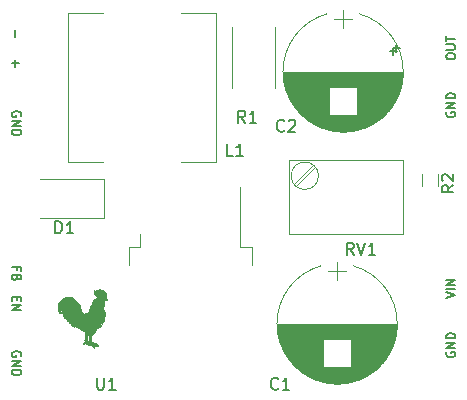
<source format=gbr>
G04 #@! TF.GenerationSoftware,KiCad,Pcbnew,(5.1.5)-3*
G04 #@! TF.CreationDate,2022-02-08T12:26:58-07:00*
G04 #@! TF.ProjectId,lm2596_breakout,6c6d3235-3936-45f6-9272-65616b6f7574,rev?*
G04 #@! TF.SameCoordinates,Original*
G04 #@! TF.FileFunction,Legend,Top*
G04 #@! TF.FilePolarity,Positive*
%FSLAX46Y46*%
G04 Gerber Fmt 4.6, Leading zero omitted, Abs format (unit mm)*
G04 Created by KiCad (PCBNEW (5.1.5)-3) date 2022-02-08 12:26:58*
%MOMM*%
%LPD*%
G04 APERTURE LIST*
%ADD10C,0.150000*%
%ADD11C,0.010000*%
%ADD12C,0.120000*%
G04 APERTURE END LIST*
D10*
X83257571Y-105373714D02*
X83257571Y-105954285D01*
X82967285Y-105664000D02*
X83547857Y-105664000D01*
X83511571Y-105119714D02*
X83511571Y-105700285D01*
X83221285Y-105410000D02*
X83801857Y-105410000D01*
X51689000Y-111179428D02*
X51725285Y-111106857D01*
X51725285Y-110998000D01*
X51689000Y-110889142D01*
X51616428Y-110816571D01*
X51543857Y-110780285D01*
X51398714Y-110744000D01*
X51289857Y-110744000D01*
X51144714Y-110780285D01*
X51072142Y-110816571D01*
X50999571Y-110889142D01*
X50963285Y-110998000D01*
X50963285Y-111070571D01*
X50999571Y-111179428D01*
X51035857Y-111215714D01*
X51289857Y-111215714D01*
X51289857Y-111070571D01*
X50963285Y-111542285D02*
X51725285Y-111542285D01*
X50963285Y-111977714D01*
X51725285Y-111977714D01*
X50963285Y-112340571D02*
X51725285Y-112340571D01*
X51725285Y-112522000D01*
X51689000Y-112630857D01*
X51616428Y-112703428D01*
X51543857Y-112739714D01*
X51398714Y-112776000D01*
X51289857Y-112776000D01*
X51144714Y-112739714D01*
X51072142Y-112703428D01*
X50999571Y-112630857D01*
X50963285Y-112522000D01*
X50963285Y-112340571D01*
X51253571Y-106389714D02*
X51253571Y-106970285D01*
X50963285Y-106680000D02*
X51543857Y-106680000D01*
X51253571Y-103849714D02*
X51253571Y-104430285D01*
X51362428Y-124187857D02*
X51362428Y-123933857D01*
X50963285Y-123933857D02*
X51725285Y-123933857D01*
X51725285Y-124296714D01*
X51362428Y-124841000D02*
X51326142Y-124949857D01*
X51289857Y-124986142D01*
X51217285Y-125022428D01*
X51108428Y-125022428D01*
X51035857Y-124986142D01*
X50999571Y-124949857D01*
X50963285Y-124877285D01*
X50963285Y-124587000D01*
X51725285Y-124587000D01*
X51725285Y-124841000D01*
X51689000Y-124913571D01*
X51652714Y-124949857D01*
X51580142Y-124986142D01*
X51507571Y-124986142D01*
X51435000Y-124949857D01*
X51398714Y-124913571D01*
X51362428Y-124841000D01*
X51362428Y-124587000D01*
X51362428Y-126437571D02*
X51362428Y-126691571D01*
X50963285Y-126800428D02*
X50963285Y-126437571D01*
X51725285Y-126437571D01*
X51725285Y-126800428D01*
X50963285Y-127127000D02*
X51725285Y-127127000D01*
X50963285Y-127562428D01*
X51725285Y-127562428D01*
X51689000Y-131499428D02*
X51725285Y-131426857D01*
X51725285Y-131318000D01*
X51689000Y-131209142D01*
X51616428Y-131136571D01*
X51543857Y-131100285D01*
X51398714Y-131064000D01*
X51289857Y-131064000D01*
X51144714Y-131100285D01*
X51072142Y-131136571D01*
X50999571Y-131209142D01*
X50963285Y-131318000D01*
X50963285Y-131390571D01*
X50999571Y-131499428D01*
X51035857Y-131535714D01*
X51289857Y-131535714D01*
X51289857Y-131390571D01*
X50963285Y-131862285D02*
X51725285Y-131862285D01*
X50963285Y-132297714D01*
X51725285Y-132297714D01*
X50963285Y-132660571D02*
X51725285Y-132660571D01*
X51725285Y-132842000D01*
X51689000Y-132950857D01*
X51616428Y-133023428D01*
X51543857Y-133059714D01*
X51398714Y-133096000D01*
X51289857Y-133096000D01*
X51144714Y-133059714D01*
X51072142Y-133023428D01*
X50999571Y-132950857D01*
X50963285Y-132842000D01*
X50963285Y-132660571D01*
X87720714Y-126564571D02*
X88482714Y-126310571D01*
X87720714Y-126056571D01*
X88482714Y-125802571D02*
X87720714Y-125802571D01*
X88482714Y-125439714D02*
X87720714Y-125439714D01*
X88482714Y-125004285D01*
X87720714Y-125004285D01*
X87720714Y-106172000D02*
X87720714Y-106026857D01*
X87757000Y-105954285D01*
X87829571Y-105881714D01*
X87974714Y-105845428D01*
X88228714Y-105845428D01*
X88373857Y-105881714D01*
X88446428Y-105954285D01*
X88482714Y-106026857D01*
X88482714Y-106172000D01*
X88446428Y-106244571D01*
X88373857Y-106317142D01*
X88228714Y-106353428D01*
X87974714Y-106353428D01*
X87829571Y-106317142D01*
X87757000Y-106244571D01*
X87720714Y-106172000D01*
X87720714Y-105518857D02*
X88337571Y-105518857D01*
X88410142Y-105482571D01*
X88446428Y-105446285D01*
X88482714Y-105373714D01*
X88482714Y-105228571D01*
X88446428Y-105156000D01*
X88410142Y-105119714D01*
X88337571Y-105083428D01*
X87720714Y-105083428D01*
X87720714Y-104829428D02*
X87720714Y-104394000D01*
X88482714Y-104611714D02*
X87720714Y-104611714D01*
X87757000Y-110816571D02*
X87720714Y-110889142D01*
X87720714Y-110998000D01*
X87757000Y-111106857D01*
X87829571Y-111179428D01*
X87902142Y-111215714D01*
X88047285Y-111252000D01*
X88156142Y-111252000D01*
X88301285Y-111215714D01*
X88373857Y-111179428D01*
X88446428Y-111106857D01*
X88482714Y-110998000D01*
X88482714Y-110925428D01*
X88446428Y-110816571D01*
X88410142Y-110780285D01*
X88156142Y-110780285D01*
X88156142Y-110925428D01*
X88482714Y-110453714D02*
X87720714Y-110453714D01*
X88482714Y-110018285D01*
X87720714Y-110018285D01*
X88482714Y-109655428D02*
X87720714Y-109655428D01*
X87720714Y-109474000D01*
X87757000Y-109365142D01*
X87829571Y-109292571D01*
X87902142Y-109256285D01*
X88047285Y-109220000D01*
X88156142Y-109220000D01*
X88301285Y-109256285D01*
X88373857Y-109292571D01*
X88446428Y-109365142D01*
X88482714Y-109474000D01*
X88482714Y-109655428D01*
X87757000Y-131136571D02*
X87720714Y-131209142D01*
X87720714Y-131318000D01*
X87757000Y-131426857D01*
X87829571Y-131499428D01*
X87902142Y-131535714D01*
X88047285Y-131572000D01*
X88156142Y-131572000D01*
X88301285Y-131535714D01*
X88373857Y-131499428D01*
X88446428Y-131426857D01*
X88482714Y-131318000D01*
X88482714Y-131245428D01*
X88446428Y-131136571D01*
X88410142Y-131100285D01*
X88156142Y-131100285D01*
X88156142Y-131245428D01*
X88482714Y-130773714D02*
X87720714Y-130773714D01*
X88482714Y-130338285D01*
X87720714Y-130338285D01*
X88482714Y-129975428D02*
X87720714Y-129975428D01*
X87720714Y-129794000D01*
X87757000Y-129685142D01*
X87829571Y-129612571D01*
X87902142Y-129576285D01*
X88047285Y-129540000D01*
X88156142Y-129540000D01*
X88301285Y-129576285D01*
X88373857Y-129612571D01*
X88446428Y-129685142D01*
X88482714Y-129794000D01*
X88482714Y-129975428D01*
D11*
G36*
X58419440Y-125825067D02*
G01*
X58472309Y-125895136D01*
X58513111Y-125955144D01*
X58541295Y-125967890D01*
X58555947Y-125933354D01*
X58557914Y-125897018D01*
X58569513Y-125849656D01*
X58596626Y-125841431D01*
X58620871Y-125865476D01*
X58655193Y-125894257D01*
X58694451Y-125913597D01*
X58746944Y-125958627D01*
X58768965Y-126013738D01*
X58785895Y-126064636D01*
X58806473Y-126070581D01*
X58813431Y-126064835D01*
X58842405Y-126042790D01*
X58861843Y-126048957D01*
X58873487Y-126088816D01*
X58879078Y-126167850D01*
X58880375Y-126275512D01*
X58881972Y-126392443D01*
X58888074Y-126471766D01*
X58900650Y-126525418D01*
X58921665Y-126565337D01*
X58929984Y-126576513D01*
X58970155Y-126642792D01*
X58980249Y-126694747D01*
X58960661Y-126723120D01*
X58923783Y-126722587D01*
X58861125Y-126708056D01*
X58782826Y-126693057D01*
X58774892Y-126691709D01*
X58681811Y-126676140D01*
X58718649Y-126764306D01*
X58743146Y-126841556D01*
X58764175Y-126939270D01*
X58771658Y-126990062D01*
X58779072Y-127070735D01*
X58773576Y-127121346D01*
X58749545Y-127160903D01*
X58709198Y-127201105D01*
X58669470Y-127242884D01*
X58648320Y-127283693D01*
X58646505Y-127333393D01*
X58664782Y-127401851D01*
X58703906Y-127498928D01*
X58737906Y-127575469D01*
X58768693Y-127646278D01*
X58788822Y-127704605D01*
X58800041Y-127763528D01*
X58804099Y-127836128D01*
X58802747Y-127935484D01*
X58799275Y-128034356D01*
X58791821Y-128178556D01*
X58780728Y-128286472D01*
X58763882Y-128371405D01*
X58739168Y-128446655D01*
X58730282Y-128468438D01*
X58609022Y-128702919D01*
X58460944Y-128895863D01*
X58285671Y-129047712D01*
X58174393Y-129115548D01*
X58089007Y-129172976D01*
X58041853Y-129237997D01*
X58034928Y-129256134D01*
X58005085Y-129318283D01*
X57954333Y-129398566D01*
X57903508Y-129466974D01*
X57800785Y-129597311D01*
X57727113Y-129701006D01*
X57678678Y-129788579D01*
X57651665Y-129870547D01*
X57642259Y-129957432D01*
X57646646Y-130059752D01*
X57656213Y-130148955D01*
X57668214Y-130225832D01*
X57684495Y-130265019D01*
X57711390Y-130278395D01*
X57725671Y-130279180D01*
X57788635Y-130294046D01*
X57827636Y-130315598D01*
X57890816Y-130345399D01*
X57934216Y-130352805D01*
X57991473Y-130368958D01*
X58056396Y-130407635D01*
X58066343Y-130415606D01*
X58121733Y-130455843D01*
X58165328Y-130476775D01*
X58171500Y-130477617D01*
X58210184Y-130494565D01*
X58249225Y-130528741D01*
X58275512Y-130572163D01*
X58260854Y-130601880D01*
X58202766Y-130619323D01*
X58098763Y-130625925D01*
X58080423Y-130626066D01*
X57991506Y-130630460D01*
X57946288Y-130643857D01*
X57937796Y-130658912D01*
X57924059Y-130704602D01*
X57906713Y-130733887D01*
X57881700Y-130760761D01*
X57863658Y-130746933D01*
X57850902Y-130720024D01*
X57814077Y-130675339D01*
X57750325Y-130628922D01*
X57720488Y-130612890D01*
X57647610Y-130573559D01*
X57589279Y-130534661D01*
X57575076Y-130522402D01*
X57530797Y-130496361D01*
X57469424Y-130501721D01*
X57459164Y-130504528D01*
X57391579Y-130516216D01*
X57359632Y-130499882D01*
X57354886Y-130476038D01*
X57334848Y-130451749D01*
X57284928Y-130418608D01*
X57266567Y-130408760D01*
X57207154Y-130381745D01*
X57162658Y-130377276D01*
X57107772Y-130395041D01*
X57081421Y-130406453D01*
X57018095Y-130430506D01*
X56974801Y-130439858D01*
X56967430Y-130438566D01*
X56954983Y-130406536D01*
X56975776Y-130356939D01*
X57022904Y-130301348D01*
X57073020Y-130261592D01*
X57136590Y-130217613D01*
X57162813Y-130189506D01*
X57156305Y-130166679D01*
X57125443Y-130141287D01*
X57098333Y-130116215D01*
X57102631Y-130090635D01*
X57135569Y-130051736D01*
X57158761Y-130023271D01*
X57162977Y-130014003D01*
X57343062Y-130014003D01*
X57345211Y-130110227D01*
X57349625Y-130187302D01*
X57356274Y-130232221D01*
X57359020Y-130237839D01*
X57392399Y-130252121D01*
X57436882Y-130254028D01*
X57472009Y-130245164D01*
X57478238Y-130228484D01*
X57478235Y-130189907D01*
X57490617Y-130168396D01*
X57504981Y-130132667D01*
X57504581Y-130070617D01*
X57491078Y-129980234D01*
X57468268Y-129880236D01*
X57440008Y-129792862D01*
X57410235Y-129726451D01*
X57382885Y-129689340D01*
X57361896Y-129689869D01*
X57357737Y-129697784D01*
X57350516Y-129740521D01*
X57345683Y-129816142D01*
X57343209Y-129911639D01*
X57343062Y-130014003D01*
X57162977Y-130014003D01*
X57173365Y-129991171D01*
X57180618Y-129944997D01*
X57181756Y-129874309D01*
X57178019Y-129768670D01*
X57175475Y-129715088D01*
X57161846Y-129436250D01*
X57031052Y-129376371D01*
X56954099Y-129334561D01*
X56894590Y-129290376D01*
X56872451Y-129264535D01*
X56839387Y-129223914D01*
X56814512Y-129212422D01*
X56783374Y-129192644D01*
X56745901Y-129144232D01*
X56739894Y-129134123D01*
X56705287Y-129084369D01*
X56678466Y-129076178D01*
X56666720Y-129084670D01*
X56625059Y-129111629D01*
X56601217Y-129097054D01*
X56598343Y-129076931D01*
X56581443Y-129051704D01*
X56563645Y-129053817D01*
X56523900Y-129051641D01*
X56513242Y-129041720D01*
X56480046Y-129026715D01*
X56461123Y-129030280D01*
X56429855Y-129025417D01*
X56424711Y-129005171D01*
X56409178Y-128977703D01*
X56387503Y-128980366D01*
X56355609Y-128979993D01*
X56350296Y-128968727D01*
X56329744Y-128949302D01*
X56300687Y-128946547D01*
X56260298Y-128957811D01*
X56251078Y-128969810D01*
X56233162Y-128988519D01*
X56194075Y-128986684D01*
X56155804Y-128968223D01*
X56142233Y-128950419D01*
X56110082Y-128923157D01*
X56080187Y-128926454D01*
X56045699Y-128926052D01*
X56014053Y-128894316D01*
X55981905Y-128835147D01*
X55945463Y-128743045D01*
X55918296Y-128645793D01*
X55914016Y-128622917D01*
X55896711Y-128545011D01*
X55878388Y-128508579D01*
X55863059Y-128515623D01*
X55854734Y-128568145D01*
X55854203Y-128593064D01*
X55848588Y-128662256D01*
X55830964Y-128686530D01*
X55823197Y-128685587D01*
X55784076Y-128651409D01*
X55750328Y-128587492D01*
X55731481Y-128513531D01*
X55730165Y-128493242D01*
X55720191Y-128429656D01*
X55705375Y-128394024D01*
X55688904Y-128379525D01*
X55681806Y-128407363D01*
X55680950Y-128437432D01*
X55672347Y-128499526D01*
X55646487Y-128515340D01*
X55602084Y-128485565D01*
X55598221Y-128481764D01*
X55577146Y-128442234D01*
X55550867Y-128366958D01*
X55522921Y-128269022D01*
X55496846Y-128161512D01*
X55476180Y-128057515D01*
X55467220Y-127997149D01*
X55458508Y-127937449D01*
X55444374Y-127852542D01*
X55434786Y-127798711D01*
X55423703Y-127741358D01*
X55417375Y-127720171D01*
X55415366Y-127738551D01*
X55417237Y-127799899D01*
X55422049Y-127897930D01*
X55427966Y-128006430D01*
X55433594Y-128100333D01*
X55438073Y-128165651D01*
X55439609Y-128183184D01*
X55429014Y-128224507D01*
X55407718Y-128232793D01*
X55373731Y-128210873D01*
X55333872Y-128153638D01*
X55294406Y-128073873D01*
X55261598Y-127984365D01*
X55241712Y-127897900D01*
X55240993Y-127892509D01*
X55222131Y-127807333D01*
X55188860Y-127707827D01*
X55167045Y-127656109D01*
X55128396Y-127551542D01*
X55099437Y-127434825D01*
X55091853Y-127384158D01*
X55081587Y-127307441D01*
X55070873Y-127277159D01*
X55058564Y-127290145D01*
X55058179Y-127291116D01*
X55039694Y-127385111D01*
X55041842Y-127506143D01*
X55063494Y-127636670D01*
X55085257Y-127711895D01*
X55115076Y-127799014D01*
X55129146Y-127848065D01*
X55127085Y-127868149D01*
X55108511Y-127868366D01*
X55079056Y-127859608D01*
X54979790Y-127804780D01*
X54906152Y-127709807D01*
X54859398Y-127577751D01*
X54840783Y-127411676D01*
X54844366Y-127286956D01*
X54880915Y-127080133D01*
X54959001Y-126898082D01*
X55081500Y-126734490D01*
X55108911Y-126706093D01*
X55237643Y-126595533D01*
X55370938Y-126522294D01*
X55523390Y-126480095D01*
X55670434Y-126464380D01*
X55843255Y-126463441D01*
X55984452Y-126485198D01*
X56108836Y-126534891D01*
X56231218Y-126617758D01*
X56318574Y-126693616D01*
X56404483Y-126778856D01*
X56478834Y-126867328D01*
X56546628Y-126967460D01*
X56612869Y-127087678D01*
X56682558Y-127236410D01*
X56760697Y-127422084D01*
X56781305Y-127473180D01*
X56840031Y-127617911D01*
X56885668Y-127722758D01*
X56922960Y-127794134D01*
X56956652Y-127838447D01*
X56991490Y-127862108D01*
X57032217Y-127871527D01*
X57077351Y-127873125D01*
X57173505Y-127859905D01*
X57275012Y-127826189D01*
X57293820Y-127817315D01*
X57355543Y-127776932D01*
X57412036Y-127717848D01*
X57466565Y-127634178D01*
X57522396Y-127520039D01*
X57582796Y-127369547D01*
X57651032Y-127176818D01*
X57653581Y-127169299D01*
X57695051Y-127050425D01*
X57735620Y-126940393D01*
X57770177Y-126852728D01*
X57790691Y-126806524D01*
X57857873Y-126708108D01*
X57957402Y-126605987D01*
X58075152Y-126513807D01*
X58128381Y-126480327D01*
X58232150Y-126420120D01*
X58111698Y-126377339D01*
X57992879Y-126316315D01*
X57910953Y-126234391D01*
X57869339Y-126138241D01*
X57871458Y-126034544D01*
X57899599Y-125963164D01*
X57934059Y-125901153D01*
X57959545Y-125967857D01*
X58003852Y-126034508D01*
X58068034Y-126078312D01*
X58109799Y-126087188D01*
X58134152Y-126069439D01*
X58133162Y-126026176D01*
X58110149Y-125972379D01*
X58074626Y-125928504D01*
X58036722Y-125880799D01*
X58037890Y-125849967D01*
X58070106Y-125837292D01*
X58125346Y-125844058D01*
X58195584Y-125871551D01*
X58245495Y-125901153D01*
X58303423Y-125938659D01*
X58342620Y-125960709D01*
X58349847Y-125963164D01*
X58352936Y-125941953D01*
X58338324Y-125884388D01*
X58315374Y-125818355D01*
X58321075Y-125794511D01*
X58361515Y-125793550D01*
X58419440Y-125825067D01*
G37*
X58419440Y-125825067D02*
X58472309Y-125895136D01*
X58513111Y-125955144D01*
X58541295Y-125967890D01*
X58555947Y-125933354D01*
X58557914Y-125897018D01*
X58569513Y-125849656D01*
X58596626Y-125841431D01*
X58620871Y-125865476D01*
X58655193Y-125894257D01*
X58694451Y-125913597D01*
X58746944Y-125958627D01*
X58768965Y-126013738D01*
X58785895Y-126064636D01*
X58806473Y-126070581D01*
X58813431Y-126064835D01*
X58842405Y-126042790D01*
X58861843Y-126048957D01*
X58873487Y-126088816D01*
X58879078Y-126167850D01*
X58880375Y-126275512D01*
X58881972Y-126392443D01*
X58888074Y-126471766D01*
X58900650Y-126525418D01*
X58921665Y-126565337D01*
X58929984Y-126576513D01*
X58970155Y-126642792D01*
X58980249Y-126694747D01*
X58960661Y-126723120D01*
X58923783Y-126722587D01*
X58861125Y-126708056D01*
X58782826Y-126693057D01*
X58774892Y-126691709D01*
X58681811Y-126676140D01*
X58718649Y-126764306D01*
X58743146Y-126841556D01*
X58764175Y-126939270D01*
X58771658Y-126990062D01*
X58779072Y-127070735D01*
X58773576Y-127121346D01*
X58749545Y-127160903D01*
X58709198Y-127201105D01*
X58669470Y-127242884D01*
X58648320Y-127283693D01*
X58646505Y-127333393D01*
X58664782Y-127401851D01*
X58703906Y-127498928D01*
X58737906Y-127575469D01*
X58768693Y-127646278D01*
X58788822Y-127704605D01*
X58800041Y-127763528D01*
X58804099Y-127836128D01*
X58802747Y-127935484D01*
X58799275Y-128034356D01*
X58791821Y-128178556D01*
X58780728Y-128286472D01*
X58763882Y-128371405D01*
X58739168Y-128446655D01*
X58730282Y-128468438D01*
X58609022Y-128702919D01*
X58460944Y-128895863D01*
X58285671Y-129047712D01*
X58174393Y-129115548D01*
X58089007Y-129172976D01*
X58041853Y-129237997D01*
X58034928Y-129256134D01*
X58005085Y-129318283D01*
X57954333Y-129398566D01*
X57903508Y-129466974D01*
X57800785Y-129597311D01*
X57727113Y-129701006D01*
X57678678Y-129788579D01*
X57651665Y-129870547D01*
X57642259Y-129957432D01*
X57646646Y-130059752D01*
X57656213Y-130148955D01*
X57668214Y-130225832D01*
X57684495Y-130265019D01*
X57711390Y-130278395D01*
X57725671Y-130279180D01*
X57788635Y-130294046D01*
X57827636Y-130315598D01*
X57890816Y-130345399D01*
X57934216Y-130352805D01*
X57991473Y-130368958D01*
X58056396Y-130407635D01*
X58066343Y-130415606D01*
X58121733Y-130455843D01*
X58165328Y-130476775D01*
X58171500Y-130477617D01*
X58210184Y-130494565D01*
X58249225Y-130528741D01*
X58275512Y-130572163D01*
X58260854Y-130601880D01*
X58202766Y-130619323D01*
X58098763Y-130625925D01*
X58080423Y-130626066D01*
X57991506Y-130630460D01*
X57946288Y-130643857D01*
X57937796Y-130658912D01*
X57924059Y-130704602D01*
X57906713Y-130733887D01*
X57881700Y-130760761D01*
X57863658Y-130746933D01*
X57850902Y-130720024D01*
X57814077Y-130675339D01*
X57750325Y-130628922D01*
X57720488Y-130612890D01*
X57647610Y-130573559D01*
X57589279Y-130534661D01*
X57575076Y-130522402D01*
X57530797Y-130496361D01*
X57469424Y-130501721D01*
X57459164Y-130504528D01*
X57391579Y-130516216D01*
X57359632Y-130499882D01*
X57354886Y-130476038D01*
X57334848Y-130451749D01*
X57284928Y-130418608D01*
X57266567Y-130408760D01*
X57207154Y-130381745D01*
X57162658Y-130377276D01*
X57107772Y-130395041D01*
X57081421Y-130406453D01*
X57018095Y-130430506D01*
X56974801Y-130439858D01*
X56967430Y-130438566D01*
X56954983Y-130406536D01*
X56975776Y-130356939D01*
X57022904Y-130301348D01*
X57073020Y-130261592D01*
X57136590Y-130217613D01*
X57162813Y-130189506D01*
X57156305Y-130166679D01*
X57125443Y-130141287D01*
X57098333Y-130116215D01*
X57102631Y-130090635D01*
X57135569Y-130051736D01*
X57158761Y-130023271D01*
X57162977Y-130014003D01*
X57343062Y-130014003D01*
X57345211Y-130110227D01*
X57349625Y-130187302D01*
X57356274Y-130232221D01*
X57359020Y-130237839D01*
X57392399Y-130252121D01*
X57436882Y-130254028D01*
X57472009Y-130245164D01*
X57478238Y-130228484D01*
X57478235Y-130189907D01*
X57490617Y-130168396D01*
X57504981Y-130132667D01*
X57504581Y-130070617D01*
X57491078Y-129980234D01*
X57468268Y-129880236D01*
X57440008Y-129792862D01*
X57410235Y-129726451D01*
X57382885Y-129689340D01*
X57361896Y-129689869D01*
X57357737Y-129697784D01*
X57350516Y-129740521D01*
X57345683Y-129816142D01*
X57343209Y-129911639D01*
X57343062Y-130014003D01*
X57162977Y-130014003D01*
X57173365Y-129991171D01*
X57180618Y-129944997D01*
X57181756Y-129874309D01*
X57178019Y-129768670D01*
X57175475Y-129715088D01*
X57161846Y-129436250D01*
X57031052Y-129376371D01*
X56954099Y-129334561D01*
X56894590Y-129290376D01*
X56872451Y-129264535D01*
X56839387Y-129223914D01*
X56814512Y-129212422D01*
X56783374Y-129192644D01*
X56745901Y-129144232D01*
X56739894Y-129134123D01*
X56705287Y-129084369D01*
X56678466Y-129076178D01*
X56666720Y-129084670D01*
X56625059Y-129111629D01*
X56601217Y-129097054D01*
X56598343Y-129076931D01*
X56581443Y-129051704D01*
X56563645Y-129053817D01*
X56523900Y-129051641D01*
X56513242Y-129041720D01*
X56480046Y-129026715D01*
X56461123Y-129030280D01*
X56429855Y-129025417D01*
X56424711Y-129005171D01*
X56409178Y-128977703D01*
X56387503Y-128980366D01*
X56355609Y-128979993D01*
X56350296Y-128968727D01*
X56329744Y-128949302D01*
X56300687Y-128946547D01*
X56260298Y-128957811D01*
X56251078Y-128969810D01*
X56233162Y-128988519D01*
X56194075Y-128986684D01*
X56155804Y-128968223D01*
X56142233Y-128950419D01*
X56110082Y-128923157D01*
X56080187Y-128926454D01*
X56045699Y-128926052D01*
X56014053Y-128894316D01*
X55981905Y-128835147D01*
X55945463Y-128743045D01*
X55918296Y-128645793D01*
X55914016Y-128622917D01*
X55896711Y-128545011D01*
X55878388Y-128508579D01*
X55863059Y-128515623D01*
X55854734Y-128568145D01*
X55854203Y-128593064D01*
X55848588Y-128662256D01*
X55830964Y-128686530D01*
X55823197Y-128685587D01*
X55784076Y-128651409D01*
X55750328Y-128587492D01*
X55731481Y-128513531D01*
X55730165Y-128493242D01*
X55720191Y-128429656D01*
X55705375Y-128394024D01*
X55688904Y-128379525D01*
X55681806Y-128407363D01*
X55680950Y-128437432D01*
X55672347Y-128499526D01*
X55646487Y-128515340D01*
X55602084Y-128485565D01*
X55598221Y-128481764D01*
X55577146Y-128442234D01*
X55550867Y-128366958D01*
X55522921Y-128269022D01*
X55496846Y-128161512D01*
X55476180Y-128057515D01*
X55467220Y-127997149D01*
X55458508Y-127937449D01*
X55444374Y-127852542D01*
X55434786Y-127798711D01*
X55423703Y-127741358D01*
X55417375Y-127720171D01*
X55415366Y-127738551D01*
X55417237Y-127799899D01*
X55422049Y-127897930D01*
X55427966Y-128006430D01*
X55433594Y-128100333D01*
X55438073Y-128165651D01*
X55439609Y-128183184D01*
X55429014Y-128224507D01*
X55407718Y-128232793D01*
X55373731Y-128210873D01*
X55333872Y-128153638D01*
X55294406Y-128073873D01*
X55261598Y-127984365D01*
X55241712Y-127897900D01*
X55240993Y-127892509D01*
X55222131Y-127807333D01*
X55188860Y-127707827D01*
X55167045Y-127656109D01*
X55128396Y-127551542D01*
X55099437Y-127434825D01*
X55091853Y-127384158D01*
X55081587Y-127307441D01*
X55070873Y-127277159D01*
X55058564Y-127290145D01*
X55058179Y-127291116D01*
X55039694Y-127385111D01*
X55041842Y-127506143D01*
X55063494Y-127636670D01*
X55085257Y-127711895D01*
X55115076Y-127799014D01*
X55129146Y-127848065D01*
X55127085Y-127868149D01*
X55108511Y-127868366D01*
X55079056Y-127859608D01*
X54979790Y-127804780D01*
X54906152Y-127709807D01*
X54859398Y-127577751D01*
X54840783Y-127411676D01*
X54844366Y-127286956D01*
X54880915Y-127080133D01*
X54959001Y-126898082D01*
X55081500Y-126734490D01*
X55108911Y-126706093D01*
X55237643Y-126595533D01*
X55370938Y-126522294D01*
X55523390Y-126480095D01*
X55670434Y-126464380D01*
X55843255Y-126463441D01*
X55984452Y-126485198D01*
X56108836Y-126534891D01*
X56231218Y-126617758D01*
X56318574Y-126693616D01*
X56404483Y-126778856D01*
X56478834Y-126867328D01*
X56546628Y-126967460D01*
X56612869Y-127087678D01*
X56682558Y-127236410D01*
X56760697Y-127422084D01*
X56781305Y-127473180D01*
X56840031Y-127617911D01*
X56885668Y-127722758D01*
X56922960Y-127794134D01*
X56956652Y-127838447D01*
X56991490Y-127862108D01*
X57032217Y-127871527D01*
X57077351Y-127873125D01*
X57173505Y-127859905D01*
X57275012Y-127826189D01*
X57293820Y-127817315D01*
X57355543Y-127776932D01*
X57412036Y-127717848D01*
X57466565Y-127634178D01*
X57522396Y-127520039D01*
X57582796Y-127369547D01*
X57651032Y-127176818D01*
X57653581Y-127169299D01*
X57695051Y-127050425D01*
X57735620Y-126940393D01*
X57770177Y-126852728D01*
X57790691Y-126806524D01*
X57857873Y-126708108D01*
X57957402Y-126605987D01*
X58075152Y-126513807D01*
X58128381Y-126480327D01*
X58232150Y-126420120D01*
X58111698Y-126377339D01*
X57992879Y-126316315D01*
X57910953Y-126234391D01*
X57869339Y-126138241D01*
X57871458Y-126034544D01*
X57899599Y-125963164D01*
X57934059Y-125901153D01*
X57959545Y-125967857D01*
X58003852Y-126034508D01*
X58068034Y-126078312D01*
X58109799Y-126087188D01*
X58134152Y-126069439D01*
X58133162Y-126026176D01*
X58110149Y-125972379D01*
X58074626Y-125928504D01*
X58036722Y-125880799D01*
X58037890Y-125849967D01*
X58070106Y-125837292D01*
X58125346Y-125844058D01*
X58195584Y-125871551D01*
X58245495Y-125901153D01*
X58303423Y-125938659D01*
X58342620Y-125960709D01*
X58349847Y-125963164D01*
X58352936Y-125941953D01*
X58338324Y-125884388D01*
X58315374Y-125818355D01*
X58321075Y-125794511D01*
X58361515Y-125793550D01*
X58419440Y-125825067D01*
D12*
X79236000Y-124288000D02*
X77736000Y-124288000D01*
X78486000Y-123538000D02*
X78486000Y-125038000D01*
X78765000Y-133819000D02*
X78207000Y-133819000D01*
X79158000Y-133779000D02*
X77814000Y-133779000D01*
X79399000Y-133739000D02*
X77573000Y-133739000D01*
X79590000Y-133699000D02*
X77382000Y-133699000D01*
X79751000Y-133659000D02*
X77221000Y-133659000D01*
X79893000Y-133619000D02*
X77079000Y-133619000D01*
X80022000Y-133579000D02*
X76950000Y-133579000D01*
X80140000Y-133539000D02*
X76832000Y-133539000D01*
X80249000Y-133499000D02*
X76723000Y-133499000D01*
X80352000Y-133459000D02*
X76620000Y-133459000D01*
X80448000Y-133419000D02*
X76524000Y-133419000D01*
X80539000Y-133379000D02*
X76433000Y-133379000D01*
X80626000Y-133339000D02*
X76346000Y-133339000D01*
X80708000Y-133299000D02*
X76264000Y-133299000D01*
X80787000Y-133259000D02*
X76185000Y-133259000D01*
X80863000Y-133219000D02*
X76109000Y-133219000D01*
X80935000Y-133179000D02*
X76037000Y-133179000D01*
X81005000Y-133139000D02*
X75967000Y-133139000D01*
X81073000Y-133099000D02*
X75899000Y-133099000D01*
X81138000Y-133059000D02*
X75834000Y-133059000D01*
X81201000Y-133019000D02*
X75771000Y-133019000D01*
X81263000Y-132979000D02*
X75709000Y-132979000D01*
X81322000Y-132939000D02*
X75650000Y-132939000D01*
X81380000Y-132899000D02*
X75592000Y-132899000D01*
X81435000Y-132859000D02*
X75537000Y-132859000D01*
X81490000Y-132819000D02*
X75482000Y-132819000D01*
X81543000Y-132779000D02*
X75429000Y-132779000D01*
X81594000Y-132739000D02*
X75378000Y-132739000D01*
X81644000Y-132699000D02*
X75328000Y-132699000D01*
X81693000Y-132659000D02*
X75279000Y-132659000D01*
X81741000Y-132619000D02*
X75231000Y-132619000D01*
X81788000Y-132579000D02*
X75184000Y-132579000D01*
X81833000Y-132539000D02*
X75139000Y-132539000D01*
X81877000Y-132499000D02*
X75095000Y-132499000D01*
X81921000Y-132459000D02*
X75051000Y-132459000D01*
X81963000Y-132419000D02*
X75009000Y-132419000D01*
X77305000Y-132379000D02*
X74968000Y-132379000D01*
X82004000Y-132379000D02*
X79667000Y-132379000D01*
X77305000Y-132339000D02*
X74927000Y-132339000D01*
X82045000Y-132339000D02*
X79667000Y-132339000D01*
X77305000Y-132299000D02*
X74888000Y-132299000D01*
X82084000Y-132299000D02*
X79667000Y-132299000D01*
X77305000Y-132259000D02*
X74849000Y-132259000D01*
X82123000Y-132259000D02*
X79667000Y-132259000D01*
X77305000Y-132219000D02*
X74811000Y-132219000D01*
X82161000Y-132219000D02*
X79667000Y-132219000D01*
X77305000Y-132179000D02*
X74774000Y-132179000D01*
X82198000Y-132179000D02*
X79667000Y-132179000D01*
X77305000Y-132139000D02*
X74738000Y-132139000D01*
X82234000Y-132139000D02*
X79667000Y-132139000D01*
X77305000Y-132099000D02*
X74702000Y-132099000D01*
X82270000Y-132099000D02*
X79667000Y-132099000D01*
X77305000Y-132059000D02*
X74667000Y-132059000D01*
X82305000Y-132059000D02*
X79667000Y-132059000D01*
X77305000Y-132019000D02*
X74633000Y-132019000D01*
X82339000Y-132019000D02*
X79667000Y-132019000D01*
X77305000Y-131979000D02*
X74600000Y-131979000D01*
X82372000Y-131979000D02*
X79667000Y-131979000D01*
X77305000Y-131939000D02*
X74567000Y-131939000D01*
X82405000Y-131939000D02*
X79667000Y-131939000D01*
X77305000Y-131899000D02*
X74535000Y-131899000D01*
X82437000Y-131899000D02*
X79667000Y-131899000D01*
X77305000Y-131859000D02*
X74504000Y-131859000D01*
X82468000Y-131859000D02*
X79667000Y-131859000D01*
X77305000Y-131819000D02*
X74473000Y-131819000D01*
X82499000Y-131819000D02*
X79667000Y-131819000D01*
X77305000Y-131779000D02*
X74443000Y-131779000D01*
X82529000Y-131779000D02*
X79667000Y-131779000D01*
X77305000Y-131739000D02*
X74414000Y-131739000D01*
X82558000Y-131739000D02*
X79667000Y-131739000D01*
X77305000Y-131699000D02*
X74385000Y-131699000D01*
X82587000Y-131699000D02*
X79667000Y-131699000D01*
X77305000Y-131659000D02*
X74356000Y-131659000D01*
X82616000Y-131659000D02*
X79667000Y-131659000D01*
X77305000Y-131619000D02*
X74329000Y-131619000D01*
X82643000Y-131619000D02*
X79667000Y-131619000D01*
X77305000Y-131579000D02*
X74301000Y-131579000D01*
X82671000Y-131579000D02*
X79667000Y-131579000D01*
X77305000Y-131539000D02*
X74275000Y-131539000D01*
X82697000Y-131539000D02*
X79667000Y-131539000D01*
X77305000Y-131499000D02*
X74249000Y-131499000D01*
X82723000Y-131499000D02*
X79667000Y-131499000D01*
X77305000Y-131459000D02*
X74223000Y-131459000D01*
X82749000Y-131459000D02*
X79667000Y-131459000D01*
X77305000Y-131419000D02*
X74198000Y-131419000D01*
X82774000Y-131419000D02*
X79667000Y-131419000D01*
X77305000Y-131379000D02*
X74174000Y-131379000D01*
X82798000Y-131379000D02*
X79667000Y-131379000D01*
X77305000Y-131339000D02*
X74150000Y-131339000D01*
X82822000Y-131339000D02*
X79667000Y-131339000D01*
X77305000Y-131299000D02*
X74126000Y-131299000D01*
X82846000Y-131299000D02*
X79667000Y-131299000D01*
X77305000Y-131259000D02*
X74103000Y-131259000D01*
X82869000Y-131259000D02*
X79667000Y-131259000D01*
X77305000Y-131219000D02*
X74081000Y-131219000D01*
X82891000Y-131219000D02*
X79667000Y-131219000D01*
X77305000Y-131179000D02*
X74058000Y-131179000D01*
X82914000Y-131179000D02*
X79667000Y-131179000D01*
X77305000Y-131139000D02*
X74037000Y-131139000D01*
X82935000Y-131139000D02*
X79667000Y-131139000D01*
X77305000Y-131099000D02*
X74016000Y-131099000D01*
X82956000Y-131099000D02*
X79667000Y-131099000D01*
X77305000Y-131059000D02*
X73995000Y-131059000D01*
X82977000Y-131059000D02*
X79667000Y-131059000D01*
X77305000Y-131019000D02*
X73975000Y-131019000D01*
X82997000Y-131019000D02*
X79667000Y-131019000D01*
X77305000Y-130979000D02*
X73955000Y-130979000D01*
X83017000Y-130979000D02*
X79667000Y-130979000D01*
X77305000Y-130939000D02*
X73936000Y-130939000D01*
X83036000Y-130939000D02*
X79667000Y-130939000D01*
X77305000Y-130899000D02*
X73917000Y-130899000D01*
X83055000Y-130899000D02*
X79667000Y-130899000D01*
X77305000Y-130859000D02*
X73898000Y-130859000D01*
X83074000Y-130859000D02*
X79667000Y-130859000D01*
X77305000Y-130819000D02*
X73880000Y-130819000D01*
X83092000Y-130819000D02*
X79667000Y-130819000D01*
X77305000Y-130779000D02*
X73862000Y-130779000D01*
X83110000Y-130779000D02*
X79667000Y-130779000D01*
X77305000Y-130739000D02*
X73845000Y-130739000D01*
X83127000Y-130739000D02*
X79667000Y-130739000D01*
X77305000Y-130699000D02*
X73828000Y-130699000D01*
X83144000Y-130699000D02*
X79667000Y-130699000D01*
X77305000Y-130659000D02*
X73812000Y-130659000D01*
X83160000Y-130659000D02*
X79667000Y-130659000D01*
X77305000Y-130619000D02*
X73795000Y-130619000D01*
X83177000Y-130619000D02*
X79667000Y-130619000D01*
X77305000Y-130579000D02*
X73780000Y-130579000D01*
X83192000Y-130579000D02*
X79667000Y-130579000D01*
X77305000Y-130539000D02*
X73764000Y-130539000D01*
X83208000Y-130539000D02*
X79667000Y-130539000D01*
X77305000Y-130499000D02*
X73749000Y-130499000D01*
X83223000Y-130499000D02*
X79667000Y-130499000D01*
X77305000Y-130459000D02*
X73735000Y-130459000D01*
X83237000Y-130459000D02*
X79667000Y-130459000D01*
X77305000Y-130419000D02*
X73721000Y-130419000D01*
X83251000Y-130419000D02*
X79667000Y-130419000D01*
X77305000Y-130379000D02*
X73707000Y-130379000D01*
X83265000Y-130379000D02*
X79667000Y-130379000D01*
X77305000Y-130339000D02*
X73694000Y-130339000D01*
X83278000Y-130339000D02*
X79667000Y-130339000D01*
X77305000Y-130299000D02*
X73680000Y-130299000D01*
X83292000Y-130299000D02*
X79667000Y-130299000D01*
X77305000Y-130259000D02*
X73668000Y-130259000D01*
X83304000Y-130259000D02*
X79667000Y-130259000D01*
X77305000Y-130219000D02*
X73655000Y-130219000D01*
X83317000Y-130219000D02*
X79667000Y-130219000D01*
X77305000Y-130179000D02*
X73643000Y-130179000D01*
X83329000Y-130179000D02*
X79667000Y-130179000D01*
X77305000Y-130139000D02*
X73632000Y-130139000D01*
X83340000Y-130139000D02*
X79667000Y-130139000D01*
X77305000Y-130099000D02*
X73621000Y-130099000D01*
X83351000Y-130099000D02*
X79667000Y-130099000D01*
X77305000Y-130059000D02*
X73610000Y-130059000D01*
X83362000Y-130059000D02*
X79667000Y-130059000D01*
X83373000Y-130019000D02*
X73599000Y-130019000D01*
X83383000Y-129979000D02*
X73589000Y-129979000D01*
X83393000Y-129939000D02*
X73579000Y-129939000D01*
X83403000Y-129899000D02*
X73569000Y-129899000D01*
X83412000Y-129859000D02*
X73560000Y-129859000D01*
X83421000Y-129819000D02*
X73551000Y-129819000D01*
X83429000Y-129779000D02*
X73543000Y-129779000D01*
X83437000Y-129739000D02*
X73535000Y-129739000D01*
X83445000Y-129699000D02*
X73527000Y-129699000D01*
X83453000Y-129659000D02*
X73519000Y-129659000D01*
X83460000Y-129619000D02*
X73512000Y-129619000D01*
X83467000Y-129579000D02*
X73505000Y-129579000D01*
X83473000Y-129539000D02*
X73499000Y-129539000D01*
X83479000Y-129499000D02*
X73493000Y-129499000D01*
X83485000Y-129459000D02*
X73487000Y-129459000D01*
X83491000Y-129418000D02*
X73481000Y-129418000D01*
X83496000Y-129378000D02*
X73476000Y-129378000D01*
X83501000Y-129338000D02*
X73471000Y-129338000D01*
X83506000Y-129298000D02*
X73466000Y-129298000D01*
X83510000Y-129258000D02*
X73462000Y-129258000D01*
X83514000Y-129218000D02*
X73458000Y-129218000D01*
X83517000Y-129178000D02*
X73455000Y-129178000D01*
X83521000Y-129138000D02*
X73451000Y-129138000D01*
X83524000Y-129098000D02*
X73448000Y-129098000D01*
X83526000Y-129058000D02*
X73446000Y-129058000D01*
X83529000Y-129018000D02*
X73443000Y-129018000D01*
X83531000Y-128978000D02*
X73441000Y-128978000D01*
X83533000Y-128938000D02*
X73439000Y-128938000D01*
X83534000Y-128898000D02*
X73438000Y-128898000D01*
X83535000Y-128858000D02*
X73437000Y-128858000D01*
X83536000Y-128818000D02*
X73436000Y-128818000D01*
X83536000Y-128778000D02*
X73436000Y-128778000D01*
X83536000Y-128738000D02*
X73436000Y-128738000D01*
X77102736Y-133636437D02*
G75*
G03X79866000Y-133637357I1383264J4898437D01*
G01*
X77102736Y-133636437D02*
G75*
G02X77106000Y-123838643I1383264J4898437D01*
G01*
X79869264Y-133636437D02*
G75*
G03X79866000Y-123838643I-1383264J4898437D01*
G01*
X61790000Y-122272000D02*
X61790000Y-121172000D01*
X60840000Y-122272000D02*
X61790000Y-122272000D01*
X60840000Y-123772000D02*
X60840000Y-122272000D01*
X70290000Y-122272000D02*
X70290000Y-117147000D01*
X71240000Y-122272000D02*
X70290000Y-122272000D01*
X71240000Y-123772000D02*
X71240000Y-122272000D01*
X75017000Y-117081000D02*
X76629000Y-115471000D01*
X74877000Y-116940000D02*
X76488000Y-115330000D01*
X74423000Y-121096000D02*
X74423000Y-114876000D01*
X84073000Y-121096000D02*
X84073000Y-114876000D01*
X84073000Y-114876000D02*
X74423000Y-114876000D01*
X84073000Y-121096000D02*
X74423000Y-121096000D01*
X76908000Y-116206000D02*
G75*
G03X76908000Y-116206000I-1155000J0D01*
G01*
X85680000Y-117086000D02*
X85680000Y-116086000D01*
X87040000Y-116086000D02*
X87040000Y-117086000D01*
X79744000Y-102952000D02*
X78244000Y-102952000D01*
X78994000Y-102202000D02*
X78994000Y-103702000D01*
X79273000Y-112483000D02*
X78715000Y-112483000D01*
X79666000Y-112443000D02*
X78322000Y-112443000D01*
X79907000Y-112403000D02*
X78081000Y-112403000D01*
X80098000Y-112363000D02*
X77890000Y-112363000D01*
X80259000Y-112323000D02*
X77729000Y-112323000D01*
X80401000Y-112283000D02*
X77587000Y-112283000D01*
X80530000Y-112243000D02*
X77458000Y-112243000D01*
X80648000Y-112203000D02*
X77340000Y-112203000D01*
X80757000Y-112163000D02*
X77231000Y-112163000D01*
X80860000Y-112123000D02*
X77128000Y-112123000D01*
X80956000Y-112083000D02*
X77032000Y-112083000D01*
X81047000Y-112043000D02*
X76941000Y-112043000D01*
X81134000Y-112003000D02*
X76854000Y-112003000D01*
X81216000Y-111963000D02*
X76772000Y-111963000D01*
X81295000Y-111923000D02*
X76693000Y-111923000D01*
X81371000Y-111883000D02*
X76617000Y-111883000D01*
X81443000Y-111843000D02*
X76545000Y-111843000D01*
X81513000Y-111803000D02*
X76475000Y-111803000D01*
X81581000Y-111763000D02*
X76407000Y-111763000D01*
X81646000Y-111723000D02*
X76342000Y-111723000D01*
X81709000Y-111683000D02*
X76279000Y-111683000D01*
X81771000Y-111643000D02*
X76217000Y-111643000D01*
X81830000Y-111603000D02*
X76158000Y-111603000D01*
X81888000Y-111563000D02*
X76100000Y-111563000D01*
X81943000Y-111523000D02*
X76045000Y-111523000D01*
X81998000Y-111483000D02*
X75990000Y-111483000D01*
X82051000Y-111443000D02*
X75937000Y-111443000D01*
X82102000Y-111403000D02*
X75886000Y-111403000D01*
X82152000Y-111363000D02*
X75836000Y-111363000D01*
X82201000Y-111323000D02*
X75787000Y-111323000D01*
X82249000Y-111283000D02*
X75739000Y-111283000D01*
X82296000Y-111243000D02*
X75692000Y-111243000D01*
X82341000Y-111203000D02*
X75647000Y-111203000D01*
X82385000Y-111163000D02*
X75603000Y-111163000D01*
X82429000Y-111123000D02*
X75559000Y-111123000D01*
X82471000Y-111083000D02*
X75517000Y-111083000D01*
X77813000Y-111043000D02*
X75476000Y-111043000D01*
X82512000Y-111043000D02*
X80175000Y-111043000D01*
X77813000Y-111003000D02*
X75435000Y-111003000D01*
X82553000Y-111003000D02*
X80175000Y-111003000D01*
X77813000Y-110963000D02*
X75396000Y-110963000D01*
X82592000Y-110963000D02*
X80175000Y-110963000D01*
X77813000Y-110923000D02*
X75357000Y-110923000D01*
X82631000Y-110923000D02*
X80175000Y-110923000D01*
X77813000Y-110883000D02*
X75319000Y-110883000D01*
X82669000Y-110883000D02*
X80175000Y-110883000D01*
X77813000Y-110843000D02*
X75282000Y-110843000D01*
X82706000Y-110843000D02*
X80175000Y-110843000D01*
X77813000Y-110803000D02*
X75246000Y-110803000D01*
X82742000Y-110803000D02*
X80175000Y-110803000D01*
X77813000Y-110763000D02*
X75210000Y-110763000D01*
X82778000Y-110763000D02*
X80175000Y-110763000D01*
X77813000Y-110723000D02*
X75175000Y-110723000D01*
X82813000Y-110723000D02*
X80175000Y-110723000D01*
X77813000Y-110683000D02*
X75141000Y-110683000D01*
X82847000Y-110683000D02*
X80175000Y-110683000D01*
X77813000Y-110643000D02*
X75108000Y-110643000D01*
X82880000Y-110643000D02*
X80175000Y-110643000D01*
X77813000Y-110603000D02*
X75075000Y-110603000D01*
X82913000Y-110603000D02*
X80175000Y-110603000D01*
X77813000Y-110563000D02*
X75043000Y-110563000D01*
X82945000Y-110563000D02*
X80175000Y-110563000D01*
X77813000Y-110523000D02*
X75012000Y-110523000D01*
X82976000Y-110523000D02*
X80175000Y-110523000D01*
X77813000Y-110483000D02*
X74981000Y-110483000D01*
X83007000Y-110483000D02*
X80175000Y-110483000D01*
X77813000Y-110443000D02*
X74951000Y-110443000D01*
X83037000Y-110443000D02*
X80175000Y-110443000D01*
X77813000Y-110403000D02*
X74922000Y-110403000D01*
X83066000Y-110403000D02*
X80175000Y-110403000D01*
X77813000Y-110363000D02*
X74893000Y-110363000D01*
X83095000Y-110363000D02*
X80175000Y-110363000D01*
X77813000Y-110323000D02*
X74864000Y-110323000D01*
X83124000Y-110323000D02*
X80175000Y-110323000D01*
X77813000Y-110283000D02*
X74837000Y-110283000D01*
X83151000Y-110283000D02*
X80175000Y-110283000D01*
X77813000Y-110243000D02*
X74809000Y-110243000D01*
X83179000Y-110243000D02*
X80175000Y-110243000D01*
X77813000Y-110203000D02*
X74783000Y-110203000D01*
X83205000Y-110203000D02*
X80175000Y-110203000D01*
X77813000Y-110163000D02*
X74757000Y-110163000D01*
X83231000Y-110163000D02*
X80175000Y-110163000D01*
X77813000Y-110123000D02*
X74731000Y-110123000D01*
X83257000Y-110123000D02*
X80175000Y-110123000D01*
X77813000Y-110083000D02*
X74706000Y-110083000D01*
X83282000Y-110083000D02*
X80175000Y-110083000D01*
X77813000Y-110043000D02*
X74682000Y-110043000D01*
X83306000Y-110043000D02*
X80175000Y-110043000D01*
X77813000Y-110003000D02*
X74658000Y-110003000D01*
X83330000Y-110003000D02*
X80175000Y-110003000D01*
X77813000Y-109963000D02*
X74634000Y-109963000D01*
X83354000Y-109963000D02*
X80175000Y-109963000D01*
X77813000Y-109923000D02*
X74611000Y-109923000D01*
X83377000Y-109923000D02*
X80175000Y-109923000D01*
X77813000Y-109883000D02*
X74589000Y-109883000D01*
X83399000Y-109883000D02*
X80175000Y-109883000D01*
X77813000Y-109843000D02*
X74566000Y-109843000D01*
X83422000Y-109843000D02*
X80175000Y-109843000D01*
X77813000Y-109803000D02*
X74545000Y-109803000D01*
X83443000Y-109803000D02*
X80175000Y-109803000D01*
X77813000Y-109763000D02*
X74524000Y-109763000D01*
X83464000Y-109763000D02*
X80175000Y-109763000D01*
X77813000Y-109723000D02*
X74503000Y-109723000D01*
X83485000Y-109723000D02*
X80175000Y-109723000D01*
X77813000Y-109683000D02*
X74483000Y-109683000D01*
X83505000Y-109683000D02*
X80175000Y-109683000D01*
X77813000Y-109643000D02*
X74463000Y-109643000D01*
X83525000Y-109643000D02*
X80175000Y-109643000D01*
X77813000Y-109603000D02*
X74444000Y-109603000D01*
X83544000Y-109603000D02*
X80175000Y-109603000D01*
X77813000Y-109563000D02*
X74425000Y-109563000D01*
X83563000Y-109563000D02*
X80175000Y-109563000D01*
X77813000Y-109523000D02*
X74406000Y-109523000D01*
X83582000Y-109523000D02*
X80175000Y-109523000D01*
X77813000Y-109483000D02*
X74388000Y-109483000D01*
X83600000Y-109483000D02*
X80175000Y-109483000D01*
X77813000Y-109443000D02*
X74370000Y-109443000D01*
X83618000Y-109443000D02*
X80175000Y-109443000D01*
X77813000Y-109403000D02*
X74353000Y-109403000D01*
X83635000Y-109403000D02*
X80175000Y-109403000D01*
X77813000Y-109363000D02*
X74336000Y-109363000D01*
X83652000Y-109363000D02*
X80175000Y-109363000D01*
X77813000Y-109323000D02*
X74320000Y-109323000D01*
X83668000Y-109323000D02*
X80175000Y-109323000D01*
X77813000Y-109283000D02*
X74303000Y-109283000D01*
X83685000Y-109283000D02*
X80175000Y-109283000D01*
X77813000Y-109243000D02*
X74288000Y-109243000D01*
X83700000Y-109243000D02*
X80175000Y-109243000D01*
X77813000Y-109203000D02*
X74272000Y-109203000D01*
X83716000Y-109203000D02*
X80175000Y-109203000D01*
X77813000Y-109163000D02*
X74257000Y-109163000D01*
X83731000Y-109163000D02*
X80175000Y-109163000D01*
X77813000Y-109123000D02*
X74243000Y-109123000D01*
X83745000Y-109123000D02*
X80175000Y-109123000D01*
X77813000Y-109083000D02*
X74229000Y-109083000D01*
X83759000Y-109083000D02*
X80175000Y-109083000D01*
X77813000Y-109043000D02*
X74215000Y-109043000D01*
X83773000Y-109043000D02*
X80175000Y-109043000D01*
X77813000Y-109003000D02*
X74202000Y-109003000D01*
X83786000Y-109003000D02*
X80175000Y-109003000D01*
X77813000Y-108963000D02*
X74188000Y-108963000D01*
X83800000Y-108963000D02*
X80175000Y-108963000D01*
X77813000Y-108923000D02*
X74176000Y-108923000D01*
X83812000Y-108923000D02*
X80175000Y-108923000D01*
X77813000Y-108883000D02*
X74163000Y-108883000D01*
X83825000Y-108883000D02*
X80175000Y-108883000D01*
X77813000Y-108843000D02*
X74151000Y-108843000D01*
X83837000Y-108843000D02*
X80175000Y-108843000D01*
X77813000Y-108803000D02*
X74140000Y-108803000D01*
X83848000Y-108803000D02*
X80175000Y-108803000D01*
X77813000Y-108763000D02*
X74129000Y-108763000D01*
X83859000Y-108763000D02*
X80175000Y-108763000D01*
X77813000Y-108723000D02*
X74118000Y-108723000D01*
X83870000Y-108723000D02*
X80175000Y-108723000D01*
X83881000Y-108683000D02*
X74107000Y-108683000D01*
X83891000Y-108643000D02*
X74097000Y-108643000D01*
X83901000Y-108603000D02*
X74087000Y-108603000D01*
X83911000Y-108563000D02*
X74077000Y-108563000D01*
X83920000Y-108523000D02*
X74068000Y-108523000D01*
X83929000Y-108483000D02*
X74059000Y-108483000D01*
X83937000Y-108443000D02*
X74051000Y-108443000D01*
X83945000Y-108403000D02*
X74043000Y-108403000D01*
X83953000Y-108363000D02*
X74035000Y-108363000D01*
X83961000Y-108323000D02*
X74027000Y-108323000D01*
X83968000Y-108283000D02*
X74020000Y-108283000D01*
X83975000Y-108243000D02*
X74013000Y-108243000D01*
X83981000Y-108203000D02*
X74007000Y-108203000D01*
X83987000Y-108163000D02*
X74001000Y-108163000D01*
X83993000Y-108123000D02*
X73995000Y-108123000D01*
X83999000Y-108082000D02*
X73989000Y-108082000D01*
X84004000Y-108042000D02*
X73984000Y-108042000D01*
X84009000Y-108002000D02*
X73979000Y-108002000D01*
X84014000Y-107962000D02*
X73974000Y-107962000D01*
X84018000Y-107922000D02*
X73970000Y-107922000D01*
X84022000Y-107882000D02*
X73966000Y-107882000D01*
X84025000Y-107842000D02*
X73963000Y-107842000D01*
X84029000Y-107802000D02*
X73959000Y-107802000D01*
X84032000Y-107762000D02*
X73956000Y-107762000D01*
X84034000Y-107722000D02*
X73954000Y-107722000D01*
X84037000Y-107682000D02*
X73951000Y-107682000D01*
X84039000Y-107642000D02*
X73949000Y-107642000D01*
X84041000Y-107602000D02*
X73947000Y-107602000D01*
X84042000Y-107562000D02*
X73946000Y-107562000D01*
X84043000Y-107522000D02*
X73945000Y-107522000D01*
X84044000Y-107482000D02*
X73944000Y-107482000D01*
X84044000Y-107442000D02*
X73944000Y-107442000D01*
X84044000Y-107402000D02*
X73944000Y-107402000D01*
X77610736Y-112300437D02*
G75*
G03X80374000Y-112301357I1383264J4898437D01*
G01*
X77610736Y-112300437D02*
G75*
G02X77614000Y-102502643I1383264J4898437D01*
G01*
X80377264Y-112300437D02*
G75*
G03X80374000Y-102502643I-1383264J4898437D01*
G01*
X69554000Y-108772000D02*
X69554000Y-103572000D01*
X73194000Y-103572000D02*
X73194000Y-108772000D01*
X55676000Y-102412000D02*
X58676000Y-102412000D01*
X55676000Y-115012000D02*
X55676000Y-102412000D01*
X58676000Y-115012000D02*
X55676000Y-115012000D01*
X68276000Y-115012000D02*
X65276000Y-115012000D01*
X68276000Y-102412000D02*
X68276000Y-115012000D01*
X65276000Y-102412000D02*
X68276000Y-102412000D01*
X58772000Y-119760000D02*
X53372000Y-119760000D01*
X58772000Y-116460000D02*
X53372000Y-116460000D01*
X58772000Y-119760000D02*
X58772000Y-116460000D01*
D10*
X73493333Y-134215142D02*
X73445714Y-134262761D01*
X73302857Y-134310380D01*
X73207619Y-134310380D01*
X73064761Y-134262761D01*
X72969523Y-134167523D01*
X72921904Y-134072285D01*
X72874285Y-133881809D01*
X72874285Y-133738952D01*
X72921904Y-133548476D01*
X72969523Y-133453238D01*
X73064761Y-133358000D01*
X73207619Y-133310380D01*
X73302857Y-133310380D01*
X73445714Y-133358000D01*
X73493333Y-133405619D01*
X74445714Y-134310380D02*
X73874285Y-134310380D01*
X74160000Y-134310380D02*
X74160000Y-133310380D01*
X74064761Y-133453238D01*
X73969523Y-133548476D01*
X73874285Y-133596095D01*
X58166095Y-133310380D02*
X58166095Y-134119904D01*
X58213714Y-134215142D01*
X58261333Y-134262761D01*
X58356571Y-134310380D01*
X58547047Y-134310380D01*
X58642285Y-134262761D01*
X58689904Y-134215142D01*
X58737523Y-134119904D01*
X58737523Y-133310380D01*
X59737523Y-134310380D02*
X59166095Y-134310380D01*
X59451809Y-134310380D02*
X59451809Y-133310380D01*
X59356571Y-133453238D01*
X59261333Y-133548476D01*
X59166095Y-133596095D01*
X79922761Y-122880380D02*
X79589428Y-122404190D01*
X79351333Y-122880380D02*
X79351333Y-121880380D01*
X79732285Y-121880380D01*
X79827523Y-121928000D01*
X79875142Y-121975619D01*
X79922761Y-122070857D01*
X79922761Y-122213714D01*
X79875142Y-122308952D01*
X79827523Y-122356571D01*
X79732285Y-122404190D01*
X79351333Y-122404190D01*
X80208476Y-121880380D02*
X80541809Y-122880380D01*
X80875142Y-121880380D01*
X81732285Y-122880380D02*
X81160857Y-122880380D01*
X81446571Y-122880380D02*
X81446571Y-121880380D01*
X81351333Y-122023238D01*
X81256095Y-122118476D01*
X81160857Y-122166095D01*
X88336380Y-117006666D02*
X87860190Y-117340000D01*
X88336380Y-117578095D02*
X87336380Y-117578095D01*
X87336380Y-117197142D01*
X87384000Y-117101904D01*
X87431619Y-117054285D01*
X87526857Y-117006666D01*
X87669714Y-117006666D01*
X87764952Y-117054285D01*
X87812571Y-117101904D01*
X87860190Y-117197142D01*
X87860190Y-117578095D01*
X87431619Y-116625714D02*
X87384000Y-116578095D01*
X87336380Y-116482857D01*
X87336380Y-116244761D01*
X87384000Y-116149523D01*
X87431619Y-116101904D01*
X87526857Y-116054285D01*
X87622095Y-116054285D01*
X87764952Y-116101904D01*
X88336380Y-116673333D01*
X88336380Y-116054285D01*
X74001333Y-112371142D02*
X73953714Y-112418761D01*
X73810857Y-112466380D01*
X73715619Y-112466380D01*
X73572761Y-112418761D01*
X73477523Y-112323523D01*
X73429904Y-112228285D01*
X73382285Y-112037809D01*
X73382285Y-111894952D01*
X73429904Y-111704476D01*
X73477523Y-111609238D01*
X73572761Y-111514000D01*
X73715619Y-111466380D01*
X73810857Y-111466380D01*
X73953714Y-111514000D01*
X74001333Y-111561619D01*
X74382285Y-111561619D02*
X74429904Y-111514000D01*
X74525142Y-111466380D01*
X74763238Y-111466380D01*
X74858476Y-111514000D01*
X74906095Y-111561619D01*
X74953714Y-111656857D01*
X74953714Y-111752095D01*
X74906095Y-111894952D01*
X74334666Y-112466380D01*
X74953714Y-112466380D01*
X70699333Y-111704380D02*
X70366000Y-111228190D01*
X70127904Y-111704380D02*
X70127904Y-110704380D01*
X70508857Y-110704380D01*
X70604095Y-110752000D01*
X70651714Y-110799619D01*
X70699333Y-110894857D01*
X70699333Y-111037714D01*
X70651714Y-111132952D01*
X70604095Y-111180571D01*
X70508857Y-111228190D01*
X70127904Y-111228190D01*
X71651714Y-111704380D02*
X71080285Y-111704380D01*
X71366000Y-111704380D02*
X71366000Y-110704380D01*
X71270761Y-110847238D01*
X71175523Y-110942476D01*
X71080285Y-110990095D01*
X69683333Y-114498380D02*
X69207142Y-114498380D01*
X69207142Y-113498380D01*
X70540476Y-114498380D02*
X69969047Y-114498380D01*
X70254761Y-114498380D02*
X70254761Y-113498380D01*
X70159523Y-113641238D01*
X70064285Y-113736476D01*
X69969047Y-113784095D01*
X54633904Y-121062380D02*
X54633904Y-120062380D01*
X54872000Y-120062380D01*
X55014857Y-120110000D01*
X55110095Y-120205238D01*
X55157714Y-120300476D01*
X55205333Y-120490952D01*
X55205333Y-120633809D01*
X55157714Y-120824285D01*
X55110095Y-120919523D01*
X55014857Y-121014761D01*
X54872000Y-121062380D01*
X54633904Y-121062380D01*
X56157714Y-121062380D02*
X55586285Y-121062380D01*
X55872000Y-121062380D02*
X55872000Y-120062380D01*
X55776761Y-120205238D01*
X55681523Y-120300476D01*
X55586285Y-120348095D01*
M02*

</source>
